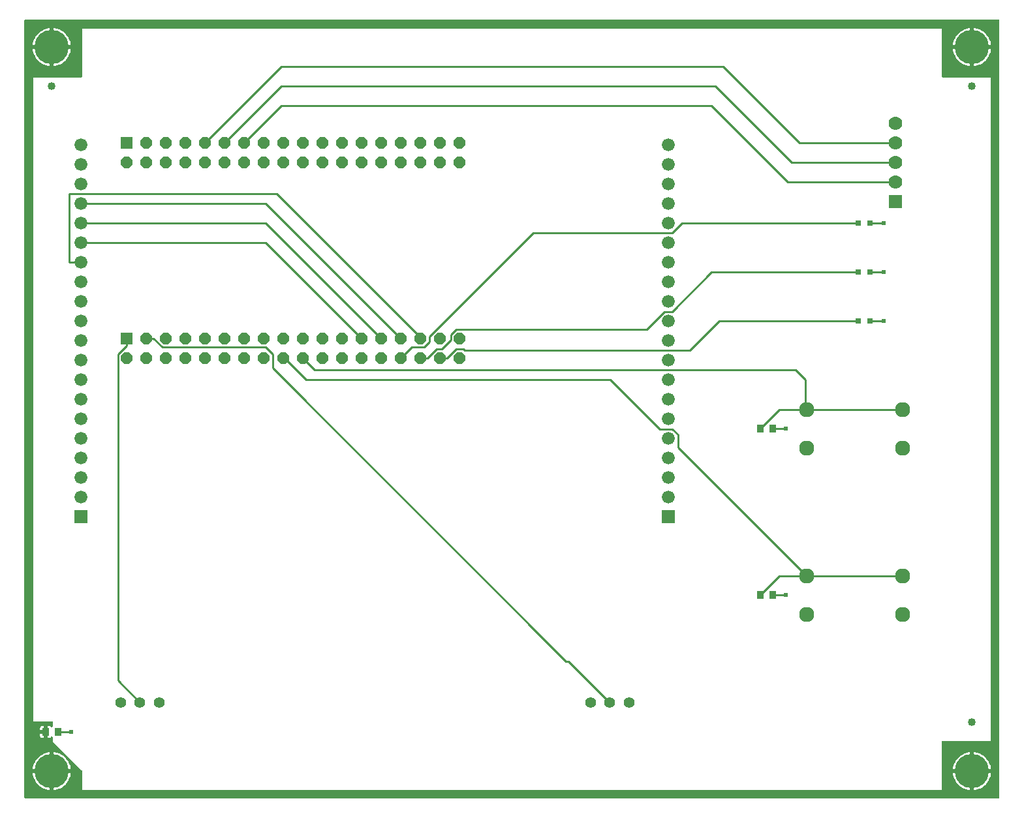
<source format=gbr>
G04 EAGLE Gerber RS-274X export*
G75*
%MOMM*%
%FSLAX34Y34*%
%LPD*%
%INTop Copper*%
%IPPOS*%
%AMOC8*
5,1,8,0,0,1.08239X$1,22.5*%
G01*
%ADD10R,1.524000X1.524000*%
%ADD11P,1.649562X8X22.500000*%
%ADD12R,0.949959X1.031241*%
%ADD13C,1.960000*%
%ADD14C,1.400000*%
%ADD15R,0.800000X0.800000*%
%ADD16R,1.676400X1.676400*%
%ADD17C,1.676400*%
%ADD18C,4.445000*%
%ADD19C,1.016000*%
%ADD20R,1.778000X1.778000*%
%ADD21C,1.778000*%
%ADD22C,0.254000*%
%ADD23C,0.609600*%

G36*
X1267444Y1012308D02*
X1267444Y1012308D01*
X1267437Y1012427D01*
X1267424Y1012465D01*
X1267419Y1012506D01*
X1267376Y1012616D01*
X1267339Y1012729D01*
X1267317Y1012764D01*
X1267302Y1012801D01*
X1267233Y1012897D01*
X1267169Y1012998D01*
X1267139Y1013026D01*
X1267116Y1013059D01*
X1267024Y1013135D01*
X1266937Y1013216D01*
X1266902Y1013236D01*
X1266871Y1013261D01*
X1266763Y1013312D01*
X1266659Y1013370D01*
X1266619Y1013380D01*
X1266583Y1013397D01*
X1266466Y1013419D01*
X1266351Y1013449D01*
X1266291Y1013453D01*
X1266271Y1013457D01*
X1266250Y1013455D01*
X1266190Y1013459D01*
X3810Y1013459D01*
X3692Y1013444D01*
X3573Y1013437D01*
X3535Y1013424D01*
X3494Y1013419D01*
X3384Y1013376D01*
X3271Y1013339D01*
X3236Y1013317D01*
X3199Y1013302D01*
X3103Y1013233D01*
X3002Y1013169D01*
X2974Y1013139D01*
X2941Y1013116D01*
X2865Y1013024D01*
X2784Y1012937D01*
X2764Y1012902D01*
X2739Y1012871D01*
X2688Y1012763D01*
X2630Y1012659D01*
X2620Y1012619D01*
X2603Y1012583D01*
X2581Y1012466D01*
X2551Y1012351D01*
X2547Y1012291D01*
X2543Y1012271D01*
X2545Y1012250D01*
X2541Y1012190D01*
X2541Y3810D01*
X2556Y3692D01*
X2563Y3573D01*
X2576Y3535D01*
X2581Y3494D01*
X2624Y3384D01*
X2661Y3271D01*
X2683Y3236D01*
X2698Y3199D01*
X2767Y3103D01*
X2831Y3002D01*
X2861Y2974D01*
X2884Y2941D01*
X2976Y2865D01*
X3063Y2784D01*
X3098Y2764D01*
X3129Y2739D01*
X3237Y2688D01*
X3341Y2630D01*
X3381Y2620D01*
X3417Y2603D01*
X3534Y2581D01*
X3649Y2551D01*
X3709Y2547D01*
X3729Y2543D01*
X3750Y2545D01*
X3810Y2541D01*
X1266190Y2541D01*
X1266308Y2556D01*
X1266427Y2563D01*
X1266465Y2576D01*
X1266506Y2581D01*
X1266616Y2624D01*
X1266729Y2661D01*
X1266764Y2683D01*
X1266801Y2698D01*
X1266897Y2767D01*
X1266998Y2831D01*
X1267026Y2861D01*
X1267059Y2884D01*
X1267135Y2976D01*
X1267216Y3063D01*
X1267236Y3098D01*
X1267261Y3129D01*
X1267312Y3237D01*
X1267370Y3341D01*
X1267380Y3381D01*
X1267397Y3417D01*
X1267419Y3534D01*
X1267449Y3649D01*
X1267453Y3709D01*
X1267457Y3729D01*
X1267455Y3750D01*
X1267459Y3810D01*
X1267459Y1012190D01*
X1267444Y1012308D01*
G37*
%LPC*%
G36*
X76200Y938531D02*
X76200Y938531D01*
X76318Y938546D01*
X76437Y938553D01*
X76475Y938566D01*
X76516Y938571D01*
X76626Y938614D01*
X76739Y938651D01*
X76774Y938673D01*
X76811Y938688D01*
X76907Y938758D01*
X77008Y938821D01*
X77036Y938851D01*
X77069Y938874D01*
X77145Y938966D01*
X77226Y939053D01*
X77246Y939088D01*
X77271Y939119D01*
X77322Y939227D01*
X77380Y939331D01*
X77390Y939371D01*
X77407Y939407D01*
X77429Y939524D01*
X77459Y939639D01*
X77463Y939700D01*
X77467Y939720D01*
X77465Y939740D01*
X77469Y939800D01*
X77469Y1002031D01*
X1192531Y1002031D01*
X1192531Y939800D01*
X1192546Y939682D01*
X1192553Y939563D01*
X1192566Y939525D01*
X1192571Y939484D01*
X1192614Y939374D01*
X1192651Y939261D01*
X1192673Y939226D01*
X1192688Y939189D01*
X1192758Y939093D01*
X1192821Y938992D01*
X1192851Y938964D01*
X1192874Y938931D01*
X1192966Y938856D01*
X1193053Y938774D01*
X1193088Y938754D01*
X1193119Y938729D01*
X1193227Y938678D01*
X1193331Y938620D01*
X1193371Y938610D01*
X1193407Y938593D01*
X1193524Y938571D01*
X1193639Y938541D01*
X1193700Y938537D01*
X1193720Y938533D01*
X1193740Y938535D01*
X1193800Y938531D01*
X1256031Y938531D01*
X1256031Y77469D01*
X1193800Y77469D01*
X1193682Y77454D01*
X1193563Y77447D01*
X1193525Y77434D01*
X1193484Y77429D01*
X1193374Y77386D01*
X1193261Y77349D01*
X1193226Y77327D01*
X1193189Y77312D01*
X1193093Y77243D01*
X1192992Y77179D01*
X1192964Y77149D01*
X1192931Y77126D01*
X1192856Y77034D01*
X1192774Y76947D01*
X1192754Y76912D01*
X1192729Y76881D01*
X1192678Y76773D01*
X1192620Y76669D01*
X1192610Y76629D01*
X1192593Y76593D01*
X1192571Y76476D01*
X1192541Y76361D01*
X1192537Y76301D01*
X1192533Y76281D01*
X1192535Y76260D01*
X1192531Y76200D01*
X1192531Y13969D01*
X77469Y13969D01*
X77469Y38100D01*
X77457Y38198D01*
X77454Y38297D01*
X77437Y38355D01*
X77429Y38416D01*
X77393Y38508D01*
X77365Y38603D01*
X77335Y38655D01*
X77312Y38711D01*
X77254Y38791D01*
X77204Y38877D01*
X77138Y38952D01*
X77126Y38969D01*
X77116Y38976D01*
X77098Y38998D01*
X39369Y76726D01*
X39369Y81607D01*
X39357Y81705D01*
X39354Y81804D01*
X39337Y81862D01*
X39329Y81922D01*
X39293Y82015D01*
X39265Y82110D01*
X39235Y82162D01*
X39212Y82218D01*
X39154Y82298D01*
X39104Y82384D01*
X39038Y82459D01*
X39026Y82475D01*
X39016Y82483D01*
X38998Y82504D01*
X38943Y82559D01*
X38844Y82636D01*
X38749Y82718D01*
X38719Y82733D01*
X38692Y82754D01*
X38577Y82804D01*
X38464Y82860D01*
X38431Y82867D01*
X38400Y82880D01*
X38276Y82900D01*
X38153Y82926D01*
X38119Y82925D01*
X38086Y82930D01*
X37961Y82918D01*
X37835Y82913D01*
X37803Y82903D01*
X37769Y82900D01*
X37651Y82857D01*
X37531Y82821D01*
X37502Y82804D01*
X37470Y82792D01*
X37366Y82722D01*
X37258Y82657D01*
X37235Y82633D01*
X37207Y82614D01*
X37124Y82520D01*
X37036Y82430D01*
X37009Y82389D01*
X36996Y82375D01*
X36987Y82356D01*
X36947Y82296D01*
X36882Y82184D01*
X36409Y81711D01*
X35830Y81376D01*
X35183Y81203D01*
X32473Y81203D01*
X32473Y87795D01*
X32458Y87913D01*
X32451Y88032D01*
X32438Y88070D01*
X32433Y88110D01*
X32389Y88221D01*
X32353Y88334D01*
X32331Y88369D01*
X32316Y88406D01*
X32246Y88502D01*
X32183Y88603D01*
X32153Y88631D01*
X32129Y88663D01*
X32038Y88739D01*
X31951Y88821D01*
X31916Y88840D01*
X31884Y88866D01*
X31820Y88896D01*
X31911Y88963D01*
X32012Y89026D01*
X32040Y89056D01*
X32072Y89080D01*
X32148Y89171D01*
X32230Y89258D01*
X32249Y89293D01*
X32275Y89325D01*
X32326Y89432D01*
X32383Y89536D01*
X32394Y89576D01*
X32411Y89612D01*
X32433Y89729D01*
X32463Y89844D01*
X32467Y89905D01*
X32471Y89925D01*
X32469Y89945D01*
X32473Y90005D01*
X32473Y96597D01*
X35183Y96597D01*
X35830Y96424D01*
X36409Y96089D01*
X36882Y95616D01*
X36947Y95504D01*
X37022Y95404D01*
X37093Y95300D01*
X37118Y95278D01*
X37139Y95251D01*
X37237Y95173D01*
X37332Y95090D01*
X37362Y95074D01*
X37388Y95053D01*
X37503Y95002D01*
X37615Y94945D01*
X37648Y94938D01*
X37678Y94924D01*
X37802Y94903D01*
X37925Y94875D01*
X37959Y94876D01*
X37992Y94871D01*
X38117Y94881D01*
X38243Y94885D01*
X38275Y94894D01*
X38309Y94897D01*
X38428Y94938D01*
X38548Y94973D01*
X38577Y94990D01*
X38609Y95002D01*
X38714Y95071D01*
X38822Y95135D01*
X38859Y95167D01*
X38874Y95177D01*
X38889Y95193D01*
X38943Y95241D01*
X38998Y95296D01*
X39058Y95374D01*
X39126Y95446D01*
X39155Y95499D01*
X39192Y95547D01*
X39232Y95638D01*
X39280Y95724D01*
X39295Y95783D01*
X39319Y95839D01*
X39334Y95937D01*
X39359Y96032D01*
X39365Y96132D01*
X39369Y96153D01*
X39367Y96165D01*
X39369Y96193D01*
X39369Y101600D01*
X39354Y101718D01*
X39347Y101837D01*
X39334Y101875D01*
X39329Y101916D01*
X39286Y102026D01*
X39249Y102139D01*
X39227Y102174D01*
X39212Y102211D01*
X39143Y102307D01*
X39079Y102408D01*
X39049Y102436D01*
X39026Y102469D01*
X38934Y102545D01*
X38847Y102626D01*
X38812Y102646D01*
X38781Y102671D01*
X38673Y102722D01*
X38569Y102780D01*
X38529Y102790D01*
X38493Y102807D01*
X38376Y102829D01*
X38261Y102859D01*
X38201Y102863D01*
X38181Y102867D01*
X38160Y102865D01*
X38100Y102869D01*
X13969Y102869D01*
X13969Y938531D01*
X76200Y938531D01*
G37*
%LPD*%
%LPC*%
G36*
X40639Y980439D02*
X40639Y980439D01*
X40639Y1002536D01*
X42255Y1002354D01*
X44967Y1001735D01*
X47592Y1000817D01*
X50099Y999610D01*
X52454Y998130D01*
X54629Y996395D01*
X56595Y994429D01*
X58330Y992254D01*
X59810Y989899D01*
X61017Y987392D01*
X61935Y984767D01*
X62554Y982055D01*
X62736Y980439D01*
X40639Y980439D01*
G37*
%LPD*%
%LPC*%
G36*
X1234439Y980439D02*
X1234439Y980439D01*
X1234439Y1002536D01*
X1236055Y1002354D01*
X1238767Y1001735D01*
X1241392Y1000817D01*
X1243899Y999610D01*
X1246254Y998130D01*
X1248429Y996395D01*
X1250395Y994429D01*
X1252130Y992254D01*
X1253610Y989899D01*
X1254817Y987392D01*
X1255735Y984767D01*
X1256354Y982055D01*
X1256536Y980439D01*
X1234439Y980439D01*
G37*
%LPD*%
%LPC*%
G36*
X40639Y40639D02*
X40639Y40639D01*
X40639Y62736D01*
X42255Y62554D01*
X44967Y61935D01*
X47592Y61017D01*
X50099Y59810D01*
X52454Y58330D01*
X54629Y56595D01*
X56595Y54629D01*
X58330Y52454D01*
X59810Y50099D01*
X61017Y47592D01*
X61935Y44967D01*
X62554Y42255D01*
X62736Y40639D01*
X40639Y40639D01*
G37*
%LPD*%
%LPC*%
G36*
X1234439Y40639D02*
X1234439Y40639D01*
X1234439Y62736D01*
X1236055Y62554D01*
X1238767Y61935D01*
X1241392Y61017D01*
X1243899Y59810D01*
X1246254Y58330D01*
X1248429Y56595D01*
X1250395Y54629D01*
X1252130Y52454D01*
X1253610Y50099D01*
X1254817Y47592D01*
X1255735Y44967D01*
X1256354Y42255D01*
X1256536Y40639D01*
X1234439Y40639D01*
G37*
%LPD*%
%LPC*%
G36*
X13464Y980439D02*
X13464Y980439D01*
X13646Y982055D01*
X14265Y984767D01*
X15183Y987392D01*
X16390Y989899D01*
X17870Y992254D01*
X19605Y994429D01*
X21571Y996395D01*
X23746Y998130D01*
X26101Y999610D01*
X28608Y1000817D01*
X31233Y1001735D01*
X33945Y1002354D01*
X35561Y1002536D01*
X35561Y980439D01*
X13464Y980439D01*
G37*
%LPD*%
%LPC*%
G36*
X1207264Y980439D02*
X1207264Y980439D01*
X1207446Y982055D01*
X1208065Y984767D01*
X1208983Y987392D01*
X1210190Y989899D01*
X1211670Y992254D01*
X1213405Y994429D01*
X1215371Y996395D01*
X1217546Y998130D01*
X1219901Y999610D01*
X1222408Y1000817D01*
X1225033Y1001735D01*
X1227745Y1002354D01*
X1229361Y1002536D01*
X1229361Y980439D01*
X1207264Y980439D01*
G37*
%LPD*%
%LPC*%
G36*
X1234439Y975361D02*
X1234439Y975361D01*
X1256536Y975361D01*
X1256354Y973745D01*
X1255735Y971033D01*
X1254817Y968408D01*
X1253610Y965901D01*
X1252130Y963546D01*
X1250395Y961371D01*
X1248429Y959405D01*
X1246254Y957670D01*
X1243899Y956190D01*
X1241392Y954983D01*
X1238767Y954065D01*
X1236055Y953446D01*
X1234439Y953264D01*
X1234439Y975361D01*
G37*
%LPD*%
%LPC*%
G36*
X40639Y975361D02*
X40639Y975361D01*
X62736Y975361D01*
X62554Y973745D01*
X61935Y971033D01*
X61017Y968408D01*
X59810Y965901D01*
X58330Y963546D01*
X56595Y961371D01*
X54629Y959405D01*
X52454Y957670D01*
X50099Y956190D01*
X47592Y954983D01*
X44967Y954065D01*
X42255Y953446D01*
X40639Y953264D01*
X40639Y975361D01*
G37*
%LPD*%
%LPC*%
G36*
X13464Y40639D02*
X13464Y40639D01*
X13646Y42255D01*
X14265Y44967D01*
X15183Y47592D01*
X16390Y50099D01*
X17870Y52454D01*
X19605Y54629D01*
X21571Y56595D01*
X23746Y58330D01*
X26101Y59810D01*
X28608Y61017D01*
X31233Y61935D01*
X33945Y62554D01*
X35561Y62736D01*
X35561Y40639D01*
X13464Y40639D01*
G37*
%LPD*%
%LPC*%
G36*
X1207264Y40639D02*
X1207264Y40639D01*
X1207446Y42255D01*
X1208065Y44967D01*
X1208983Y47592D01*
X1210190Y50099D01*
X1211670Y52454D01*
X1213405Y54629D01*
X1215371Y56595D01*
X1217546Y58330D01*
X1219901Y59810D01*
X1222408Y61017D01*
X1225033Y61935D01*
X1227745Y62554D01*
X1229361Y62736D01*
X1229361Y40639D01*
X1207264Y40639D01*
G37*
%LPD*%
%LPC*%
G36*
X1234439Y35561D02*
X1234439Y35561D01*
X1256536Y35561D01*
X1256354Y33945D01*
X1255735Y31233D01*
X1254817Y28608D01*
X1253610Y26101D01*
X1252130Y23746D01*
X1250395Y21571D01*
X1248429Y19605D01*
X1246254Y17870D01*
X1243899Y16390D01*
X1241392Y15183D01*
X1238767Y14265D01*
X1236055Y13646D01*
X1234439Y13464D01*
X1234439Y35561D01*
G37*
%LPD*%
%LPC*%
G36*
X40639Y35561D02*
X40639Y35561D01*
X62736Y35561D01*
X62554Y33945D01*
X61935Y31233D01*
X61017Y28608D01*
X59810Y26101D01*
X58330Y23746D01*
X56595Y21571D01*
X54629Y19605D01*
X52454Y17870D01*
X50099Y16390D01*
X47592Y15183D01*
X44967Y14265D01*
X42255Y13646D01*
X40639Y13464D01*
X40639Y35561D01*
G37*
%LPD*%
%LPC*%
G36*
X1227745Y953446D02*
X1227745Y953446D01*
X1225033Y954065D01*
X1222408Y954983D01*
X1219901Y956190D01*
X1217546Y957670D01*
X1215371Y959405D01*
X1213405Y961371D01*
X1211670Y963546D01*
X1210190Y965901D01*
X1208983Y968408D01*
X1208065Y971033D01*
X1207446Y973745D01*
X1207264Y975361D01*
X1229361Y975361D01*
X1229361Y953264D01*
X1227745Y953446D01*
G37*
%LPD*%
%LPC*%
G36*
X33945Y953446D02*
X33945Y953446D01*
X31233Y954065D01*
X28608Y954983D01*
X26101Y956190D01*
X23746Y957670D01*
X21571Y959405D01*
X19605Y961371D01*
X17870Y963546D01*
X16390Y965901D01*
X15183Y968408D01*
X14265Y971033D01*
X13646Y973745D01*
X13464Y975361D01*
X35561Y975361D01*
X35561Y953264D01*
X33945Y953446D01*
G37*
%LPD*%
%LPC*%
G36*
X1227745Y13646D02*
X1227745Y13646D01*
X1225033Y14265D01*
X1222408Y15183D01*
X1219901Y16390D01*
X1217546Y17870D01*
X1215371Y19605D01*
X1213405Y21571D01*
X1211670Y23746D01*
X1210190Y26101D01*
X1208983Y28608D01*
X1208065Y31233D01*
X1207446Y33945D01*
X1207264Y35561D01*
X1229361Y35561D01*
X1229361Y13464D01*
X1227745Y13646D01*
G37*
%LPD*%
%LPC*%
G36*
X33945Y13646D02*
X33945Y13646D01*
X31233Y14265D01*
X28608Y15183D01*
X26101Y16390D01*
X23746Y17870D01*
X21571Y19605D01*
X19605Y21571D01*
X17870Y23746D01*
X16390Y26101D01*
X15183Y28608D01*
X14265Y31233D01*
X13646Y33945D01*
X13464Y35561D01*
X35561Y35561D01*
X35561Y13464D01*
X33945Y13646D01*
G37*
%LPD*%
%LPC*%
G36*
X22808Y91274D02*
X22808Y91274D01*
X22808Y94391D01*
X22982Y95037D01*
X23316Y95616D01*
X23789Y96089D01*
X24368Y96424D01*
X25015Y96597D01*
X27725Y96597D01*
X27725Y91274D01*
X22808Y91274D01*
G37*
%LPD*%
%LPC*%
G36*
X25015Y81203D02*
X25015Y81203D01*
X24368Y81376D01*
X23789Y81711D01*
X23316Y82184D01*
X22982Y82763D01*
X22808Y83409D01*
X22808Y86526D01*
X27725Y86526D01*
X27725Y81203D01*
X25015Y81203D01*
G37*
%LPD*%
%LPC*%
G36*
X1231899Y977899D02*
X1231899Y977899D01*
X1231899Y977901D01*
X1231901Y977901D01*
X1231901Y977899D01*
X1231899Y977899D01*
G37*
%LPD*%
%LPC*%
G36*
X38099Y977899D02*
X38099Y977899D01*
X38099Y977901D01*
X38101Y977901D01*
X38101Y977899D01*
X38099Y977899D01*
G37*
%LPD*%
%LPC*%
G36*
X1231899Y38099D02*
X1231899Y38099D01*
X1231899Y38101D01*
X1231901Y38101D01*
X1231901Y38099D01*
X1231899Y38099D01*
G37*
%LPD*%
%LPC*%
G36*
X38099Y38099D02*
X38099Y38099D01*
X38099Y38101D01*
X38101Y38101D01*
X38101Y38099D01*
X38099Y38099D01*
G37*
%LPD*%
D10*
X135300Y853700D03*
D11*
X135300Y828300D03*
X160700Y853700D03*
X160700Y828300D03*
X186100Y853700D03*
X186100Y828300D03*
X211500Y853700D03*
X211500Y828300D03*
X236900Y853700D03*
X236900Y828300D03*
X262300Y853700D03*
X262300Y828300D03*
X287700Y853700D03*
X287700Y828300D03*
X313100Y853700D03*
X313100Y828300D03*
X338500Y853700D03*
X338500Y828300D03*
X363900Y853700D03*
X363900Y828300D03*
X389300Y853700D03*
X389300Y828300D03*
X414700Y853700D03*
X414700Y828300D03*
X440100Y853700D03*
X440100Y828300D03*
X465500Y853700D03*
X465500Y828300D03*
X490900Y853700D03*
X490900Y828300D03*
X516300Y853700D03*
X516300Y828300D03*
X541700Y853700D03*
X541700Y828300D03*
X567100Y853700D03*
X567100Y828300D03*
D10*
X135300Y599700D03*
D11*
X135300Y574300D03*
X160700Y599700D03*
X160700Y574300D03*
X186100Y599700D03*
X186100Y574300D03*
X211500Y599700D03*
X211500Y574300D03*
X236900Y599700D03*
X236900Y574300D03*
X262300Y599700D03*
X262300Y574300D03*
X287700Y599700D03*
X287700Y574300D03*
X313100Y599700D03*
X313100Y574300D03*
X338500Y599700D03*
X338500Y574300D03*
X363900Y599700D03*
X363900Y574300D03*
X389300Y599700D03*
X389300Y574300D03*
X414700Y599700D03*
X414700Y574300D03*
X440100Y599700D03*
X440100Y574300D03*
X465500Y599700D03*
X465500Y574300D03*
X490900Y599700D03*
X490900Y574300D03*
X516300Y599700D03*
X516300Y574300D03*
X541700Y599700D03*
X541700Y574300D03*
X567100Y599700D03*
X567100Y574300D03*
D12*
X957199Y482600D03*
X973201Y482600D03*
X957199Y266700D03*
X973201Y266700D03*
D13*
X1017000Y291700D03*
X1017000Y241700D03*
X1142000Y291700D03*
X1142000Y241700D03*
X1017000Y507600D03*
X1017000Y457600D03*
X1142000Y507600D03*
X1142000Y457600D03*
D14*
X737000Y127000D03*
X787000Y127000D03*
X762000Y127000D03*
X127400Y127000D03*
X177400Y127000D03*
X152400Y127000D03*
D15*
X1084700Y749300D03*
X1099700Y749300D03*
X1084700Y685800D03*
X1099700Y685800D03*
X1084700Y622300D03*
X1099700Y622300D03*
D16*
X838200Y368300D03*
D17*
X838200Y393700D03*
X838200Y419100D03*
X838200Y444500D03*
X838200Y469900D03*
X838200Y495300D03*
X838200Y520700D03*
X838200Y546100D03*
X838200Y571500D03*
X838200Y596900D03*
X838200Y622300D03*
X838200Y647700D03*
X838200Y673100D03*
X838200Y698500D03*
X838200Y723900D03*
X838200Y749300D03*
X838200Y774700D03*
X838200Y800100D03*
X838200Y825500D03*
X838200Y850900D03*
D16*
X76200Y368300D03*
D17*
X76200Y393700D03*
X76200Y419100D03*
X76200Y444500D03*
X76200Y469900D03*
X76200Y495300D03*
X76200Y520700D03*
X76200Y546100D03*
X76200Y571500D03*
X76200Y596900D03*
X76200Y622300D03*
X76200Y647700D03*
X76200Y673100D03*
X76200Y698500D03*
X76200Y723900D03*
X76200Y749300D03*
X76200Y774700D03*
X76200Y800100D03*
X76200Y825500D03*
X76200Y850900D03*
D18*
X38100Y38100D03*
X38100Y977900D03*
X1231900Y977900D03*
X1231900Y38100D03*
D19*
X38100Y927100D03*
X1231900Y927100D03*
X1231900Y101600D03*
D12*
X46101Y88900D03*
X30099Y88900D03*
D20*
X1132840Y777240D03*
D21*
X1132840Y802640D03*
X1132840Y828040D03*
X1132840Y853440D03*
X1132840Y878840D03*
D22*
X1117600Y622300D02*
X1099700Y622300D01*
D23*
X1117600Y622300D03*
D22*
X1117600Y685800D02*
X1099700Y685800D01*
D23*
X1117600Y685800D03*
D22*
X1117600Y749300D02*
X1099700Y749300D01*
D23*
X1117600Y749300D03*
D22*
X63500Y88900D02*
X46101Y88900D01*
D23*
X63500Y88900D03*
D22*
X973201Y266700D02*
X990600Y266700D01*
D23*
X990600Y266700D03*
D22*
X990600Y482600D02*
X973201Y482600D01*
D23*
X990600Y482600D03*
D22*
X315900Y774700D02*
X76200Y774700D01*
X315900Y774700D02*
X490900Y599700D01*
X315900Y749300D02*
X76200Y749300D01*
X315900Y749300D02*
X465500Y599700D01*
X315900Y723900D02*
X76200Y723900D01*
X315900Y723900D02*
X440100Y599700D01*
X76200Y698500D02*
X60960Y698500D01*
X60960Y787400D01*
X330200Y787400D01*
X516300Y601300D01*
X516300Y599700D01*
X1017000Y507600D02*
X1142000Y507600D01*
X982199Y507600D02*
X957199Y482600D01*
X982199Y507600D02*
X1017000Y507600D01*
X1016000Y508600D01*
X1016000Y546100D01*
X1003300Y558800D01*
X379400Y558800D02*
X363900Y574300D01*
X379400Y558800D02*
X1003300Y558800D01*
X1017000Y291700D02*
X1142000Y291700D01*
X982199Y291700D02*
X957199Y266700D01*
X982199Y291700D02*
X1017000Y291700D01*
X850392Y474950D02*
X843250Y482092D01*
X850392Y458308D02*
X1017000Y291700D01*
X826608Y482092D02*
X762600Y546100D01*
X850392Y474950D02*
X850392Y458308D01*
X843250Y482092D02*
X826608Y482092D01*
X368300Y546100D02*
X345440Y568960D01*
X342900Y571500D01*
X368300Y546100D02*
X762600Y546100D01*
X340100Y574300D02*
X338500Y574300D01*
X340100Y574300D02*
X342900Y571500D01*
X708310Y180690D02*
X762000Y127000D01*
X708310Y180690D02*
X705244Y180690D01*
X169936Y599700D02*
X160700Y599700D01*
X169936Y599700D02*
X181366Y588270D01*
X324530Y561404D02*
X705244Y180690D01*
X324530Y561404D02*
X324530Y579035D01*
X315295Y588270D01*
X181366Y588270D01*
X135300Y590465D02*
X135300Y599700D01*
X135300Y590465D02*
X123870Y579035D01*
X123870Y155530D02*
X152400Y127000D01*
X123870Y155530D02*
X123870Y579035D01*
X521035Y588270D02*
X527730Y594966D01*
X855442Y749300D02*
X1084700Y749300D01*
X504870Y588270D02*
X490900Y574300D01*
X843250Y737108D02*
X855442Y749300D01*
X521035Y588270D02*
X504870Y588270D01*
X527730Y601895D02*
X662944Y737108D01*
X527730Y601895D02*
X527730Y594966D01*
X662944Y737108D02*
X843250Y737108D01*
X894080Y685800D02*
X1084700Y685800D01*
X894080Y685800D02*
X842772Y634492D01*
X833150Y634492D01*
X562366Y611130D02*
X555670Y604435D01*
X525536Y574300D02*
X516300Y574300D01*
X525536Y574300D02*
X536966Y585730D01*
X555670Y597506D02*
X555670Y604435D01*
X555670Y597506D02*
X543895Y585730D01*
X536966Y585730D01*
X562366Y611130D02*
X809788Y611130D01*
X833150Y634492D01*
X904240Y622300D02*
X1084700Y622300D01*
X904240Y622300D02*
X866140Y584200D01*
X571835Y585730D02*
X562366Y585730D01*
X550936Y574300D02*
X541700Y574300D01*
X550936Y574300D02*
X562366Y585730D01*
X573365Y584200D02*
X866140Y584200D01*
X573365Y584200D02*
X571835Y585730D01*
X993140Y802640D02*
X1132840Y802640D01*
X993140Y802640D02*
X894080Y901700D01*
X335700Y901700D01*
X287700Y853700D01*
X998220Y828040D02*
X1132840Y828040D01*
X998220Y828040D02*
X899160Y927100D01*
X335700Y927100D01*
X262300Y853700D01*
X1008380Y853440D02*
X1132840Y853440D01*
X1008380Y853440D02*
X909320Y952500D01*
X335700Y952500D01*
X236900Y853700D01*
M02*

</source>
